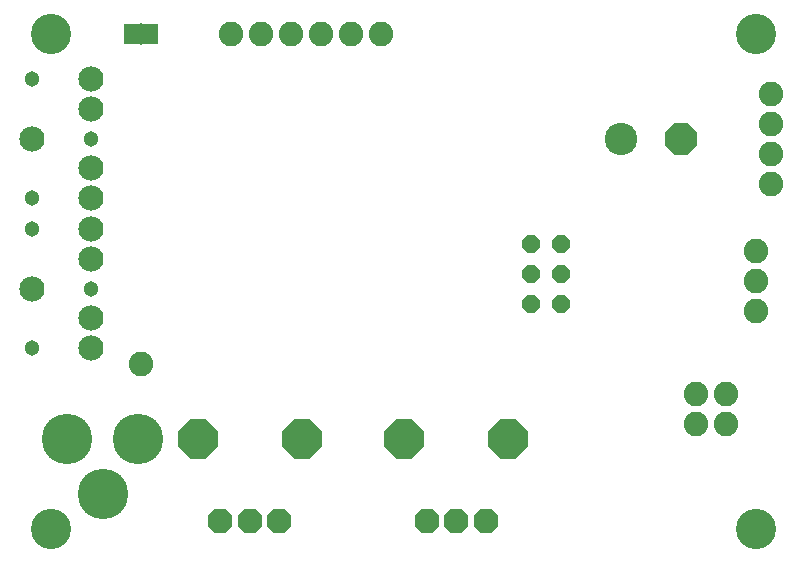
<source format=gbs>
G75*
G70*
%OFA0B0*%
%FSLAX24Y24*%
%IPPOS*%
%LPD*%
%AMOC8*
5,1,8,0,0,1.08239X$1,22.5*
%
%ADD10C,0.1340*%
%ADD11C,0.0820*%
%ADD12OC8,0.0600*%
%ADD13C,0.0840*%
%ADD14C,0.0513*%
%ADD15C,0.1080*%
%ADD16OC8,0.1080*%
%ADD17R,0.0540X0.0710*%
%ADD18R,0.0060X0.0720*%
%ADD19OC8,0.0820*%
%ADD20OC8,0.1310*%
%ADD21C,0.1680*%
D10*
X003349Y001680D03*
X026849Y001680D03*
X026849Y018180D03*
X003349Y018180D03*
D11*
X009349Y018180D03*
X010349Y018180D03*
X011349Y018180D03*
X012349Y018180D03*
X013349Y018180D03*
X014349Y018180D03*
X026849Y010930D03*
X026849Y009930D03*
X026849Y008930D03*
X025849Y006180D03*
X024849Y006180D03*
X024849Y005180D03*
X025849Y005180D03*
X027349Y013180D03*
X027349Y014180D03*
X027349Y015180D03*
X027349Y016180D03*
X006349Y007180D03*
D12*
X019349Y009180D03*
X020349Y009180D03*
X020349Y010180D03*
X019349Y010180D03*
X019349Y011180D03*
X020349Y011180D03*
D13*
X004668Y011649D03*
X004668Y010664D03*
X002699Y009680D03*
X004668Y008696D03*
X004668Y007711D03*
X004668Y012711D03*
X004668Y013696D03*
X002699Y014680D03*
X004668Y015664D03*
X004668Y016649D03*
D14*
X002699Y016649D03*
X004668Y014680D03*
X002699Y012711D03*
X002699Y011649D03*
X004668Y009680D03*
X002699Y007711D03*
D15*
X022349Y014680D03*
D16*
X024349Y014680D03*
D17*
X006649Y018180D03*
X006049Y018180D03*
D18*
X006349Y018180D03*
D19*
X008990Y001924D03*
X009974Y001924D03*
X010958Y001924D03*
X015865Y001924D03*
X016849Y001924D03*
X017833Y001924D03*
D20*
X018581Y004680D03*
X015117Y004680D03*
X011706Y004680D03*
X008242Y004680D03*
D21*
X006243Y004680D03*
X003881Y004680D03*
X005062Y002830D03*
M02*

</source>
